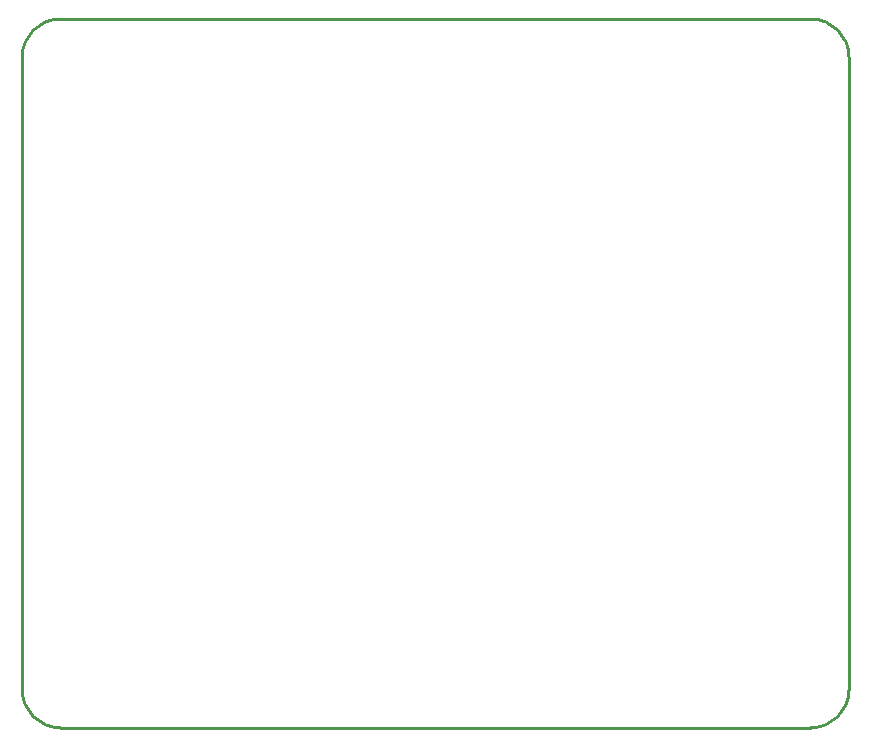
<source format=gko>
G04 Layer: BoardOutline*
G04 EasyEDA v6.3.22, 2020-03-18T10:30:20--5:00*
G04 98182c42750f413f95cb83c886c9a14c,0f239cf58a554773a8b80eeb1c5c5983,10*
G04 Gerber Generator version 0.2*
G04 Scale: 100 percent, Rotated: No, Reflected: No *
G04 Dimensions in millimeters *
G04 leading zeros omitted , absolute positions ,3 integer and 3 decimal *
%FSLAX33Y33*%
%MOMM*%
G90*
G71D02*

%ADD10C,0.254000*%
G54D10*
G01X1Y3200D02*
G01X1Y56800D01*
G01X66799Y1D02*
G01X3199Y1D01*
G01X70000Y56800D02*
G01X70000Y3200D01*
G01X3199Y60000D02*
G01X66799Y60000D01*
G75*
G01X0Y56800D02*
G02X3200Y60000I3200J0D01*
G01*
G75*
G01X3200Y0D02*
G02X0Y3200I0J3200D01*
G01*
G75*
G01X70000Y3200D02*
G02X66800Y0I-3200J0D01*
G01*
G75*
G01X66800Y60000D02*
G02X70000Y56800I0J-3200D01*
G01*

%LPD*%
M00*
M02*

</source>
